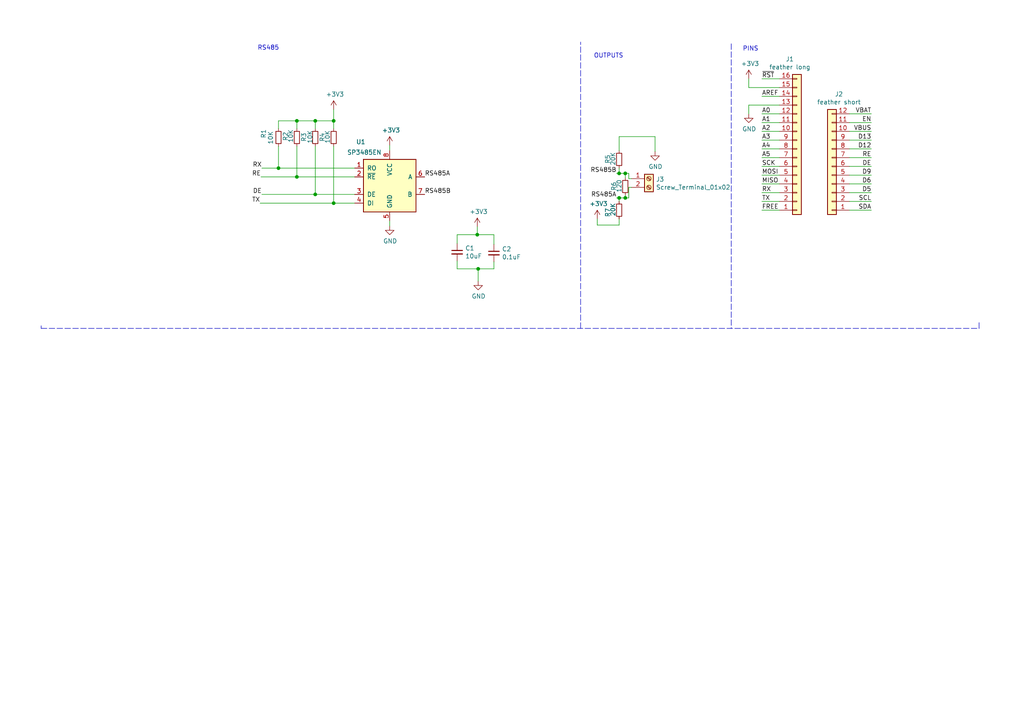
<source format=kicad_sch>
(kicad_sch (version 20211123) (generator eeschema)
  (paper "A4")
  (title_block (title "RS485") (date "2020-11-03") (rev "1.0") (company "Electronic Cats"))
  (lib_symbols
    (symbol "Connector:Screw_Terminal_01x02" (pin_names (offset 1.016) hide)
      (property "Reference" "J" (at 0 2.54 0))
      (property "Value" "Screw_Terminal_01x02" (at 0 -5.08 0))
      (symbol "Screw_Terminal_01x02_1_1"
        (rectangle (start -1.27 1.27) (end 1.27 -3.81) (stroke (width 0.254)) (fill (type background)))
        (circle (center 0 -2.54) (radius 0.635) (stroke (width 0.1524)))
        (polyline (pts (xy -0.5334 -2.2098) (xy 0.3302 -3.048)) (stroke (width 0.1524)))
        (polyline (pts (xy -0.5334 0.3302) (xy 0.3302 -0.508)) (stroke (width 0.1524)))
        (polyline (pts (xy -0.3556 -2.032) (xy 0.508 -2.8702)) (stroke (width 0.1524)))
        (polyline (pts (xy -0.3556 0.508) (xy 0.508 -0.3302)) (stroke (width 0.1524)))
        (circle (center 0 0) (radius 0.635) (stroke (width 0.1524)))
        (pin passive line (at -5.08 0 0) (length 3.81) (name "Pin_1") (number "1"))
        (pin passive line (at -5.08 -2.54 0) (length 3.81) (name "Pin_2") (number "2"))
      )
    )
    (symbol "Connector_Generic:Conn_01x12" (pin_names (offset 1.016) hide)
      (property "Reference" "J" (at 0 15.24 0))
      (property "Value" "Conn_01x12" (at 0 -17.78 0))
      (symbol "Conn_01x12_1_1"
        (rectangle (start -1.27 -15.113) (end 0 -15.367) (stroke (width 0.1524)))
        (rectangle (start -1.27 -12.573) (end 0 -12.827) (stroke (width 0.1524)))
        (rectangle (start -1.27 -10.033) (end 0 -10.287) (stroke (width 0.1524)))
        (rectangle (start -1.27 -7.493) (end 0 -7.747) (stroke (width 0.1524)))
        (rectangle (start -1.27 -4.953) (end 0 -5.207) (stroke (width 0.1524)))
        (rectangle (start -1.27 -2.413) (end 0 -2.667) (stroke (width 0.1524)))
        (rectangle (start -1.27 0.127) (end 0 -0.127) (stroke (width 0.1524)))
        (rectangle (start -1.27 2.667) (end 0 2.413) (stroke (width 0.1524)))
        (rectangle (start -1.27 5.207) (end 0 4.953) (stroke (width 0.1524)))
        (rectangle (start -1.27 7.747) (end 0 7.493) (stroke (width 0.1524)))
        (rectangle (start -1.27 10.287) (end 0 10.033) (stroke (width 0.1524)))
        (rectangle (start -1.27 12.827) (end 0 12.573) (stroke (width 0.1524)))
        (rectangle (start -1.27 13.97) (end 1.27 -16.51) (stroke (width 0.254)) (fill (type background)))
        (pin passive line (at -5.08 12.7 0) (length 3.81) (name "Pin_1") (number "1"))
        (pin passive line (at -5.08 -10.16 0) (length 3.81) (name "Pin_10") (number "10"))
        (pin passive line (at -5.08 -12.7 0) (length 3.81) (name "Pin_11") (number "11"))
        (pin passive line (at -5.08 -15.24 0) (length 3.81) (name "Pin_12") (number "12"))
        (pin passive line (at -5.08 10.16 0) (length 3.81) (name "Pin_2") (number "2"))
        (pin passive line (at -5.08 7.62 0) (length 3.81) (name "Pin_3") (number "3"))
        (pin passive line (at -5.08 5.08 0) (length 3.81) (name "Pin_4") (number "4"))
        (pin passive line (at -5.08 2.54 0) (length 3.81) (name "Pin_5") (number "5"))
        (pin passive line (at -5.08 0 0) (length 3.81) (name "Pin_6") (number "6"))
        (pin passive line (at -5.08 -2.54 0) (length 3.81) (name "Pin_7") (number "7"))
        (pin passive line (at -5.08 -5.08 0) (length 3.81) (name "Pin_8") (number "8"))
        (pin passive line (at -5.08 -7.62 0) (length 3.81) (name "Pin_9") (number "9"))
      )
    )
    (symbol "Connector_Generic:Conn_01x16" (pin_names (offset 1.016) hide)
      (property "Reference" "J" (at 0 20.32 0))
      (property "Value" "Conn_01x16" (at 0 -22.86 0))
      (symbol "Conn_01x16_1_1"
        (rectangle (start -1.27 -20.193) (end 0 -20.447) (stroke (width 0.1524)))
        (rectangle (start -1.27 -17.653) (end 0 -17.907) (stroke (width 0.1524)))
        (rectangle (start -1.27 -15.113) (end 0 -15.367) (stroke (width 0.1524)))
        (rectangle (start -1.27 -12.573) (end 0 -12.827) (stroke (width 0.1524)))
        (rectangle (start -1.27 -10.033) (end 0 -10.287) (stroke (width 0.1524)))
        (rectangle (start -1.27 -7.493) (end 0 -7.747) (stroke (width 0.1524)))
        (rectangle (start -1.27 -4.953) (end 0 -5.207) (stroke (width 0.1524)))
        (rectangle (start -1.27 -2.413) (end 0 -2.667) (stroke (width 0.1524)))
        (rectangle (start -1.27 0.127) (end 0 -0.127) (stroke (width 0.1524)))
        (rectangle (start -1.27 2.667) (end 0 2.413) (stroke (width 0.1524)))
        (rectangle (start -1.27 5.207) (end 0 4.953) (stroke (width 0.1524)))
        (rectangle (start -1.27 7.747) (end 0 7.493) (stroke (width 0.1524)))
        (rectangle (start -1.27 10.287) (end 0 10.033) (stroke (width 0.1524)))
        (rectangle (start -1.27 12.827) (end 0 12.573) (stroke (width 0.1524)))
        (rectangle (start -1.27 15.367) (end 0 15.113) (stroke (width 0.1524)))
        (rectangle (start -1.27 17.907) (end 0 17.653) (stroke (width 0.1524)))
        (rectangle (start -1.27 19.05) (end 1.27 -21.59) (stroke (width 0.254)) (fill (type background)))
        (pin passive line (at -5.08 17.78 0) (length 3.81) (name "Pin_1") (number "1"))
        (pin passive line (at -5.08 -5.08 0) (length 3.81) (name "Pin_10") (number "10"))
        (pin passive line (at -5.08 -7.62 0) (length 3.81) (name "Pin_11") (number "11"))
        (pin passive line (at -5.08 -10.16 0) (length 3.81) (name "Pin_12") (number "12"))
        (pin passive line (at -5.08 -12.7 0) (length 3.81) (name "Pin_13") (number "13"))
        (pin passive line (at -5.08 -15.24 0) (length 3.81) (name "Pin_14") (number "14"))
        (pin passive line (at -5.08 -17.78 0) (length 3.81) (name "Pin_15") (number "15"))
        (pin passive line (at -5.08 -20.32 0) (length 3.81) (name "Pin_16") (number "16"))
        (pin passive line (at -5.08 15.24 0) (length 3.81) (name "Pin_2") (number "2"))
        (pin passive line (at -5.08 12.7 0) (length 3.81) (name "Pin_3") (number "3"))
        (pin passive line (at -5.08 10.16 0) (length 3.81) (name "Pin_4") (number "4"))
        (pin passive line (at -5.08 7.62 0) (length 3.81) (name "Pin_5") (number "5"))
        (pin passive line (at -5.08 5.08 0) (length 3.81) (name "Pin_6") (number "6"))
        (pin passive line (at -5.08 2.54 0) (length 3.81) (name "Pin_7") (number "7"))
        (pin passive line (at -5.08 0 0) (length 3.81) (name "Pin_8") (number "8"))
        (pin passive line (at -5.08 -2.54 0) (length 3.81) (name "Pin_9") (number "9"))
      )
    )
    (symbol "Device:C_Small" (pin_numbers hide) (pin_names (offset 0.254) hide)
      (property "Reference" "C" (at 0.254 1.778 0))
      (property "Value" "C_Small" (at 0.254 -2.032 0))
      (symbol "C_Small_0_1"
        (polyline (pts (xy -1.524 -0.508) (xy 1.524 -0.508)) (stroke (width 0.3302)))
        (polyline (pts (xy -1.524 0.508) (xy 1.524 0.508)) (stroke (width 0.3048)))
      )
      (symbol "C_Small_1_1"
        (pin passive line (at 0 2.54 270) (length 2.032) (name "~") (number "1"))
        (pin passive line (at 0 -2.54 90) (length 2.032) (name "~") (number "2"))
      )
    )
    (symbol "Device:R_Small" (pin_numbers hide) (pin_names (offset 0.254) hide)
      (property "Reference" "R" (at 0.762 0.508 0))
      (property "Value" "R_Small" (at 0.762 -1.016 0))
      (symbol "R_Small_0_1"
        (rectangle (start -0.762 1.778) (end 0.762 -1.778) (stroke (width 0.2032)))
      )
      (symbol "R_Small_1_1"
        (pin passive line (at 0 2.54 270) (length 0.762) (name "~") (number "1"))
        (pin passive line (at 0 -2.54 90) (length 0.762) (name "~") (number "2"))
      )
    )
    (symbol "Interface_UART:SP3485EN" (pin_names (offset 1.016))
      (property "Reference" "U" (at -7.62 8.89 0))
      (property "Value" "SP3485EN" (at 2.54 8.89 0))
      (symbol "SP3485EN_0_1"
        (rectangle (start -7.62 7.62) (end 7.62 -7.62) (stroke (width 0.254)) (fill (type background)))
      )
      (symbol "SP3485EN_1_1"
        (pin output line (at -10.16 5.08 0) (length 2.54) (name "RO") (number "1"))
        (pin input line (at -10.16 2.54 0) (length 2.54) (name "~{RE}") (number "2"))
        (pin input line (at -10.16 -2.54 0) (length 2.54) (name "DE") (number "3"))
        (pin input line (at -10.16 -5.08 0) (length 2.54) (name "DI") (number "4"))
        (pin power_in line (at 0 -10.16 90) (length 2.54) (name "GND") (number "5"))
        (pin bidirectional line (at 10.16 2.54 180) (length 2.54) (name "A") (number "6"))
        (pin bidirectional line (at 10.16 -2.54 180) (length 2.54) (name "B") (number "7"))
        (pin power_in line (at 0 10.16 270) (length 2.54) (name "VCC") (number "8"))
      )
    )
    (symbol "power:+3.3V" (power) (pin_names (offset 0))
      (property "Value" "+3.3V" (at 0 3.556 0))
      (symbol "+3.3V_0_1"
        (polyline (pts (xy -0.762 1.27) (xy 0 2.54)))
        (polyline (pts (xy 0 0) (xy 0 2.54)))
        (polyline (pts (xy 0 2.54) (xy 0.762 1.27)))
      )
      (symbol "+3.3V_1_1"
        (pin power_in line (at 0 0 90) (length 0) hide (name "+3V3") (number "1"))
      )
    )
    (symbol "power:GND" (power) (pin_names (offset 0))
      (property "Value" "GND" (at 0 -3.81 0))
      (symbol "GND_0_1"
        (polyline (pts (xy 0 0) (xy 0 -1.27) (xy 1.27 -1.27) (xy 0 -2.54) (xy -1.27 -1.27) (xy 0 -1.27)))
      )
      (symbol "GND_1_1"
        (pin power_in line (at 0 0 270) (length 0) hide (name "GND") (number "1"))
      )
    )
  )
  (junction (at 91.44 35.052))
  (junction (at 181.356 57.404))
  (junction (at 91.44 56.388))
  (junction (at 138.684 77.978))
  (junction (at 179.578 57.404))
  (junction (at 179.578 50.292))
  (junction (at 86.106 51.308))
  (junction (at 86.106 35.052))
  (junction (at 96.774 58.928))
  (junction (at 80.772 48.768))
  (junction (at 181.356 50.292))
  (junction (at 138.43 68.072))
  (junction (at 96.774 35.052))
  (wire (pts (xy 143.256 68.072) (xy 143.256 70.866)))
  (wire (pts (xy 217.17 25.4) (xy 226.06 25.4)))
  (wire (pts (xy 179.578 48.768) (xy 179.578 50.292)))
  (wire (pts (xy 246.38 43.18) (xy 252.73 43.18)))
  (wire (pts (xy 75.946 56.388) (xy 91.44 56.388)))
  (wire (pts (xy 179.578 63.5) (xy 179.578 65.278)))
  (wire (pts (xy 181.356 51.562) (xy 181.356 50.292)))
  (wire (pts (xy 246.38 33.02) (xy 252.73 33.02)))
  (wire (pts (xy 80.772 35.052) (xy 86.106 35.052)))
  (wire (pts (xy 178.816 50.292) (xy 179.578 50.292)))
  (wire (pts (xy 189.992 39.624) (xy 189.992 43.942)))
  (wire (pts (xy 246.38 40.64) (xy 252.73 40.64)))
  (wire (pts (xy 179.578 57.404) (xy 181.356 57.404)))
  (wire (pts (xy 86.106 35.052) (xy 86.106 37.338)))
  (wire (pts (xy 220.98 48.26) (xy 226.06 48.26)))
  (wire (pts (xy 80.772 37.338) (xy 80.772 35.052)))
  (wire (pts (xy 173.228 63.5) (xy 173.228 65.278)))
  (wire (pts (xy 220.98 45.72) (xy 226.06 45.72)))
  (wire (pts (xy 182.372 51.816) (xy 183.134 51.816)))
  (wire (pts (xy 220.98 53.34) (xy 226.06 53.34)))
  (wire (pts (xy 96.774 31.75) (xy 96.774 35.052)))
  (wire (pts (xy 91.44 37.338) (xy 91.44 35.052)))
  (polyline (pts (xy 283.972 95.25) (xy 283.972 93.218)))
  (wire (pts (xy 246.38 35.56) (xy 252.73 35.56)))
  (wire (pts (xy 220.98 22.86) (xy 226.06 22.86)))
  (wire (pts (xy 217.17 22.86) (xy 217.17 25.4)))
  (wire (pts (xy 86.106 51.308) (xy 86.106 42.418)))
  (wire (pts (xy 246.38 45.72) (xy 252.73 45.72)))
  (wire (pts (xy 143.256 75.946) (xy 143.256 77.978)))
  (wire (pts (xy 183.134 54.356) (xy 182.372 54.356)))
  (wire (pts (xy 132.588 70.612) (xy 132.588 68.072)))
  (wire (pts (xy 138.684 77.978) (xy 138.684 81.534)))
  (wire (pts (xy 132.588 75.692) (xy 132.588 77.978)))
  (wire (pts (xy 91.44 35.052) (xy 96.774 35.052)))
  (wire (pts (xy 102.87 58.928) (xy 96.774 58.928)))
  (wire (pts (xy 182.372 57.404) (xy 182.372 54.356)))
  (wire (pts (xy 91.44 56.388) (xy 91.44 42.418)))
  (wire (pts (xy 75.946 48.768) (xy 80.772 48.768)))
  (wire (pts (xy 220.98 38.1) (xy 226.06 38.1)))
  (wire (pts (xy 102.87 51.308) (xy 86.106 51.308)))
  (wire (pts (xy 220.98 35.56) (xy 226.06 35.56)))
  (wire (pts (xy 96.774 35.052) (xy 96.774 37.338)))
  (wire (pts (xy 220.98 33.02) (xy 226.06 33.02)))
  (polyline (pts (xy 11.938 95.25) (xy 11.938 94.488)))
  (wire (pts (xy 179.578 57.404) (xy 179.578 58.42)))
  (wire (pts (xy 143.256 77.978) (xy 138.684 77.978)))
  (wire (pts (xy 220.98 58.42) (xy 226.06 58.42)))
  (wire (pts (xy 113.03 65.532) (xy 113.03 64.008)))
  (wire (pts (xy 138.43 68.072) (xy 138.43 65.786)))
  (wire (pts (xy 113.03 43.688) (xy 113.03 42.164)))
  (wire (pts (xy 173.228 65.278) (xy 179.578 65.278)))
  (wire (pts (xy 182.372 51.816) (xy 182.372 50.292)))
  (wire (pts (xy 220.98 43.18) (xy 226.06 43.18)))
  (wire (pts (xy 246.38 53.34) (xy 252.73 53.34)))
  (wire (pts (xy 246.38 48.26) (xy 252.73 48.26)))
  (wire (pts (xy 91.44 35.052) (xy 86.106 35.052)))
  (wire (pts (xy 132.588 77.978) (xy 138.684 77.978)))
  (wire (pts (xy 181.356 50.292) (xy 182.372 50.292)))
  (wire (pts (xy 178.816 57.404) (xy 179.578 57.404)))
  (wire (pts (xy 220.98 40.64) (xy 226.06 40.64)))
  (wire (pts (xy 138.43 68.072) (xy 143.256 68.072)))
  (wire (pts (xy 181.356 57.404) (xy 182.372 57.404)))
  (wire (pts (xy 220.98 27.94) (xy 226.06 27.94)))
  (wire (pts (xy 217.17 30.48) (xy 226.06 30.48)))
  (wire (pts (xy 181.356 56.642) (xy 181.356 57.404)))
  (wire (pts (xy 179.578 39.624) (xy 179.578 43.688)))
  (wire (pts (xy 132.588 68.072) (xy 138.43 68.072)))
  (wire (pts (xy 102.87 48.768) (xy 80.772 48.768)))
  (wire (pts (xy 220.98 55.88) (xy 226.06 55.88)))
  (polyline (pts (xy 168.402 95.25) (xy 168.402 12.192)))
  (wire (pts (xy 246.38 60.96) (xy 252.73 60.96)))
  (wire (pts (xy 246.38 58.42) (xy 252.73 58.42)))
  (polyline (pts (xy 11.938 95.25) (xy 283.972 95.25)))
  (wire (pts (xy 220.98 60.96) (xy 226.06 60.96)))
  (wire (pts (xy 80.772 48.768) (xy 80.772 42.418)))
  (wire (pts (xy 246.38 55.88) (xy 252.73 55.88)))
  (wire (pts (xy 217.17 33.02) (xy 217.17 30.48)))
  (wire (pts (xy 246.38 50.8) (xy 252.73 50.8)))
  (wire (pts (xy 96.774 58.928) (xy 96.774 42.418)))
  (wire (pts (xy 102.87 56.388) (xy 91.44 56.388)))
  (wire (pts (xy 75.692 51.308) (xy 86.106 51.308)))
  (wire (pts (xy 246.38 38.1) (xy 252.73 38.1)))
  (wire (pts (xy 75.438 58.928) (xy 96.774 58.928)))
  (wire (pts (xy 220.98 50.8) (xy 226.06 50.8)))
  (polyline (pts (xy 212.09 12.7) (xy 212.09 95.25)))
  (wire (pts (xy 179.578 50.292) (xy 181.356 50.292)))
  (wire (pts (xy 179.578 39.624) (xy 189.992 39.624)))
  (text "OUTPUTS\n" (at 172.212 17.018 0) (effects (font (size 1.27 1.27)) (justify left bottom)))
  (text "RS485" (at 74.676 14.732 0) (effects (font (size 1.27 1.27)) (justify left bottom)))
  (text "PINS" (at 215.392 14.986 0) (effects (font (size 1.27 1.27)) (justify left bottom)))
  (label "RX" (at 75.946 48.768 180))
  (label "D5" (at 252.73 55.88 180))
  (label "MOSI" (at 220.98 50.8 0))
  (label "TX" (at 75.438 58.928 180))
  (label "DE" (at 252.73 48.26 180))
  (label "RS485A" (at 178.816 57.404 180))
  (label "FREE" (at 220.98 60.96 0))
  (label "RS485B" (at 178.816 50.292 180))
  (label "AREF" (at 220.98 27.94 0))
  (label "RX" (at 220.98 55.88 0))
  (label "RS485B" (at 123.19 56.388 0))
  (label "A0" (at 220.98 33.02 0))
  (label "D6" (at 252.73 53.34 180))
  (label "SCK" (at 220.98 48.26 0))
  (label "A5" (at 220.98 45.72 0))
  (label "RE" (at 252.73 45.72 180))
  (label "RS485A" (at 123.19 51.308 0))
  (label "A3" (at 220.98 40.64 0))
  (label "A4" (at 220.98 43.18 0))
  (label "D12" (at 252.73 43.18 180))
  (label "EN" (at 252.73 35.56 180))
  (label "D9" (at 252.73 50.8 180))
  (label "MISO" (at 220.98 53.34 0))
  (label "RE" (at 75.692 51.308 180))
  (label "D13" (at 252.73 40.64 180))
  (label "SDA" (at 252.73 60.96 180))
  (label "VBUS" (at 252.73 38.1 180))
  (label "SCL" (at 252.73 58.42 180))
  (label "DE" (at 75.946 56.388 180))
  (label "A2" (at 220.98 38.1 0))
  (label "~{RST}" (at 220.98 22.86 0))
  (label "VBAT" (at 252.73 33.02 180))
  (label "A1" (at 220.98 35.56 0))
  (label "TX" (at 220.98 58.42 0))
  (symbol (lib_id "Connector_Generic:Conn_01x16") (at 231.14 43.18 0) (mirror x) (unit 1)
    (property "Reference" "J1" (at 229.0826 17.145 0))
    (property "Value" "feather long" (at 229.0826 19.4564 0))
    (property "Footprint" "TerminalBlock:TerminalBlock_Altech_AK300-2_P5.00mm" (effects hide))
  )
  (symbol (lib_id "Connector_Generic:Conn_01x12") (at 241.3 48.26 180) (unit 1)
    (property "Reference" "J2" (at 243.332 27.305 0))
    (property "Value" "feather short" (at 243.332 29.6164 0))
    (property "Footprint" "Connector_PinHeader_2.54mm:PinHeader_1x12_P2.54mm_Vertical" (effects hide))
  )
  (symbol (lib_id "power:+3.3V") (at 217.17 22.86 0) (unit 1)
    (property "Reference" "#PWR0114" (effects hide))
    (property "Value" "+3.3V" (at 217.551 18.4658 0))
  )
  (symbol (lib_id "power:GND") (at 217.17 33.02 0) (unit 1)
    (property "Reference" "#PWR0115" (effects hide))
    (property "Value" "GND" (at 217.297 37.4142 0))
  )
  (symbol (lib_id "power:GND") (at 113.03 65.532 0) (unit 1)
    (property "Reference" "#PWR0108" (effects hide))
    (property "Value" "GND" (at 113.157 69.9262 0))
  )
  (symbol (lib_id "Connector:Screw_Terminal_01x02") (at 188.214 51.816 0) (unit 1)
    (property "Reference" "J3" (at 190.246 52.0192 0) (effects (justify left)))
    (property "Value" "Screw_Terminal_01x02" (at 190.246 54.3306 0) (effects (justify left)))
    (property "Footprint" "TerminalBlock:TerminalBlock_bornier-2_P5.08mm" (effects hide))
    (property "Datasheet" "https://lcsc.com/product-detail/Pluggable-System-Terminal-Block_Ningbo-Kangnex-Elec-WJ500V-5-08-2P-14-00A_C8465.html" (effects hide))
    (property "manf#" "WJ500V-5.08-2P" (effects hide))
    (property "LCSC#" "C8465" (effects hide))
    (property "Proveedor" "LCSC" (effects hide))
  )
  (symbol (lib_id "Interface_UART:SP3485EN") (at 113.03 53.848 0) (unit 1)
    (property "Reference" "U1" (at 104.648 41.148 0))
    (property "Value" "SP3485EN" (at 105.664 44.196 0))
    (property "Footprint" "Package_SO:SOIC-8_3.9x4.9mm_P1.27mm" (effects hide))
    (property "Datasheet" "https://www.mouser.mx/datasheet/2/146/sp3485-1816391.pdf" (effects hide))
    (property "manf#" "SP3485EN-L/TR" (effects hide))
    (property "Proveedor" "MOUSER" (effects hide))
  )
  (symbol (lib_id "power:+3.3V") (at 113.03 42.164 0) (unit 1)
    (property "Reference" "#PWR02" (effects hide))
    (property "Value" "+3.3V" (at 113.411 37.7698 0))
  )
  (symbol (lib_id "Device:R_Small") (at 96.774 39.878 0) (unit 1)
    (property "Reference" "R4" (at 93.472 41.148 90) (effects (justify left)))
    (property "Value" "10K" (at 94.996 41.656 90) (effects (justify left)))
    (property "Footprint" "Resistor_SMD:R_0603_1608Metric_Pad1.05x0.95mm_HandSolder" (effects hide))
    (property "Datasheet" "https://www.mouser.mx/datasheet/2/447/PYu_RC_Group_51_RoHS_L_11-1984063.pdf" (effects hide))
    (property "manf#" "RC0603JR-0710KL" (effects hide))
    (property "Proveedor" "MOUSER" (effects hide))
  )
  (symbol (lib_id "Device:R_Small") (at 91.44 39.878 0) (unit 1)
    (property "Reference" "R3" (at 88.138 41.148 90) (effects (justify left)))
    (property "Value" "10K" (at 89.916 41.656 90) (effects (justify left)))
    (property "Footprint" "Resistor_SMD:R_0603_1608Metric_Pad1.05x0.95mm_HandSolder" (effects hide))
    (property "Datasheet" "https://www.mouser.mx/datasheet/2/447/PYu_RC_Group_51_RoHS_L_11-1984063.pdf" (effects hide))
    (property "manf#" "RC0603JR-0710KL" (effects hide))
    (property "Proveedor" "MOUSER" (effects hide))
  )
  (symbol (lib_id "Device:R_Small") (at 86.106 39.878 0) (unit 1)
    (property "Reference" "R2" (at 82.804 40.894 90) (effects (justify left)))
    (property "Value" "10K" (at 84.328 41.402 90) (effects (justify left)))
    (property "Footprint" "Resistor_SMD:R_0603_1608Metric_Pad1.05x0.95mm_HandSolder" (effects hide))
    (property "Datasheet" "https://www.mouser.mx/datasheet/2/447/PYu_RC_Group_51_RoHS_L_11-1984063.pdf" (effects hide))
    (property "manf#" "RC0603JR-0710KL" (effects hide))
    (property "Proveedor" "MOUSER" (effects hide))
  )
  (symbol (lib_id "Device:R_Small") (at 80.772 39.878 0) (unit 1)
    (property "Reference" "R1" (at 76.454 40.132 90) (effects (justify left)))
    (property "Value" "10K" (at 78.486 41.91 90) (effects (justify left)))
    (property "Footprint" "Resistor_SMD:R_0603_1608Metric_Pad1.05x0.95mm_HandSolder" (effects hide))
    (property "Datasheet" "https://www.mouser.mx/datasheet/2/447/PYu_RC_Group_51_RoHS_L_11-1984063.pdf" (effects hide))
    (property "manf#" "RC0603JR-0710KL" (effects hide))
    (property "Proveedor" "MOUSER" (effects hide))
  )
  (symbol (lib_id "power:+3.3V") (at 96.774 31.75 0) (unit 1)
    (property "Reference" "#PWR01" (effects hide))
    (property "Value" "+3.3V" (at 97.155 27.3558 0))
  )
  (symbol (lib_id "Device:R_Small") (at 179.578 46.228 0) (unit 1)
    (property "Reference" "R5" (at 176.276 47.498 90) (effects (justify left)))
    (property "Value" "20K" (at 177.8 48.006 90) (effects (justify left)))
    (property "Footprint" "Resistor_SMD:R_0603_1608Metric_Pad1.05x0.95mm_HandSolder" (effects hide))
    (property "Datasheet" "https://lcsc.com/product-detail/Chip-Resistor-Surface-Mount_UNI-ROYAL-Uniroyal-Elec-0603WAJ0203T5E_C25586.html" (effects hide))
    (property "manf#" "0603WAJ0203T5E" (effects hide))
    (property "LCSC#" "C25586" (effects hide))
    (property "Proveedor" "LCSC" (effects hide))
  )
  (symbol (lib_id "Device:R_Small") (at 181.356 54.102 0) (unit 1)
    (property "Reference" "R6" (at 178.054 55.372 90) (effects (justify left)))
    (property "Value" "120" (at 179.578 55.88 90) (effects (justify left)))
    (property "Footprint" "Resistor_SMD:R_0603_1608Metric_Pad1.05x0.95mm_HandSolder" (effects hide))
    (property "Datasheet" "https://lcsc.com/product-detail/Chip-Resistor-Surface-Mount_120R-121-5_C103256.html" (effects hide))
    (property "manf#" "RTT03121JTP" (effects hide))
    (property "LCSC#" "C103256" (effects hide))
    (property "Proveedor" "LCSC" (effects hide))
  )
  (symbol (lib_id "Device:R_Small") (at 179.578 60.96 0) (unit 1)
    (property "Reference" "R7" (at 176.276 62.992 90) (effects (justify left)))
    (property "Value" "20K" (at 177.8 62.738 90) (effects (justify left)))
    (property "Footprint" "Resistor_SMD:R_0603_1608Metric_Pad1.05x0.95mm_HandSolder" (effects hide))
    (property "Datasheet" "https://lcsc.com/product-detail/Chip-Resistor-Surface-Mount_UNI-ROYAL-Uniroyal-Elec-0603WAJ0203T5E_C25586.html" (effects hide))
    (property "manf#" "0603WAJ0203T5E" (effects hide))
    (property "LCSC#" "C25586" (effects hide))
    (property "Proveedor" "LCSC" (effects hide))
  )
  (symbol (lib_id "power:+3.3V") (at 173.228 63.5 0) (unit 1)
    (property "Reference" "#PWR04" (effects hide))
    (property "Value" "+3.3V" (at 173.609 59.1058 0))
  )
  (symbol (lib_id "power:GND") (at 189.992 43.942 0) (unit 1)
    (property "Reference" "#PWR03" (effects hide))
    (property "Value" "GND" (at 190.119 48.3362 0))
  )
  (symbol (lib_id "Device:C_Small") (at 132.588 73.152 0) (unit 1)
    (property "Reference" "C1" (at 134.9248 71.9836 0) (effects (justify left)))
    (property "Value" "10uF" (at 134.9248 74.295 0) (effects (justify left)))
    (property "Footprint" "Capacitor_SMD:C_0603_1608Metric_Pad1.05x0.95mm_HandSolder" (effects hide))
    (property "Datasheet" "https://lcsc.com/product-detail/Others_YAGEO-CC0603KRX5R6BB106_C326057.html" (effects hide))
    (property "manf#" "CC0603KRX5R6BB106" (effects hide))
    (property "LCSC#" "C326057" (effects hide))
    (property "Proveedor" "LCSC" (effects hide))
  )
  (symbol (lib_id "Device:C_Small") (at 143.256 73.406 0) (unit 1)
    (property "Reference" "C2" (at 145.5928 72.2376 0) (effects (justify left)))
    (property "Value" "0.1uF" (at 145.5928 74.549 0) (effects (justify left)))
    (property "Footprint" "Capacitor_SMD:C_0603_1608Metric_Pad1.05x0.95mm_HandSolder" (effects hide))
    (property "Datasheet" "https://www.mouser.mx/datasheet/2/210/WTC_MLCC_General_Purpose-1534899.pdf" (effects hide))
    (property "manf#" "0603F104Z160CT" (effects hide))
    (property "Proveedor" "MOUSER" (effects hide))
  )
  (symbol (lib_id "power:+3.3V") (at 138.43 65.786 0) (unit 1)
    (property "Reference" "#PWR05" (effects hide))
    (property "Value" "+3.3V" (at 138.811 61.3918 0))
  )
  (symbol (lib_id "power:GND") (at 138.684 81.534 0) (unit 1)
    (property "Reference" "#PWR06" (effects hide))
    (property "Value" "GND" (at 138.811 85.9282 0))
  )
)
</source>
